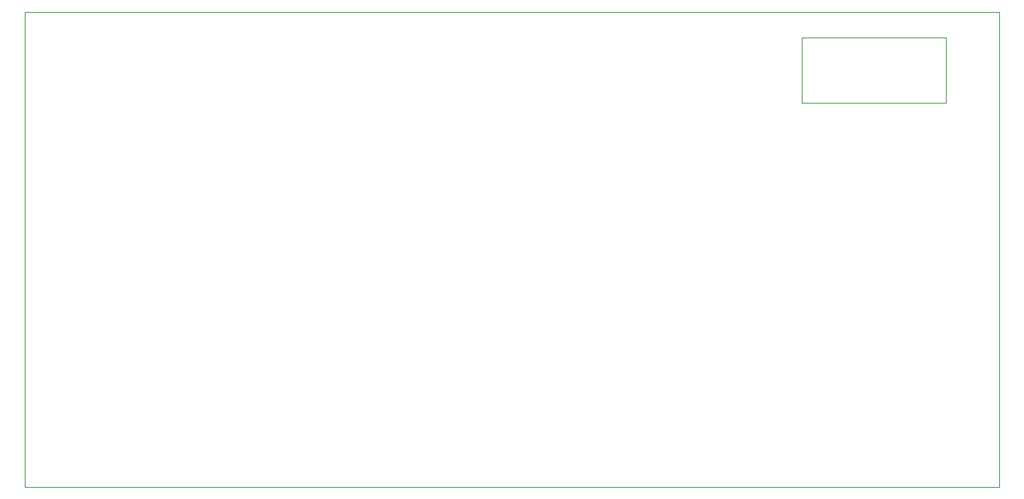
<source format=gbr>
%TF.GenerationSoftware,KiCad,Pcbnew,(6.0.6)*%
%TF.CreationDate,2022-07-25T23:31:34-07:00*%
%TF.ProjectId,HDMI-MUX,48444d49-2d4d-4555-982e-6b696361645f,rev?*%
%TF.SameCoordinates,Original*%
%TF.FileFunction,Profile,NP*%
%FSLAX46Y46*%
G04 Gerber Fmt 4.6, Leading zero omitted, Abs format (unit mm)*
G04 Created by KiCad (PCBNEW (6.0.6)) date 2022-07-25 23:31:34*
%MOMM*%
%LPD*%
G01*
G04 APERTURE LIST*
%TA.AperFunction,Profile*%
%ADD10C,0.100000*%
%TD*%
G04 APERTURE END LIST*
D10*
X119634000Y-20066000D02*
X103378000Y-20066000D01*
X103378000Y-20066000D02*
X103378000Y-27432000D01*
X103378000Y-27432000D02*
X119634000Y-27432000D01*
X119634000Y-27432000D02*
X119634000Y-20066000D01*
X125690000Y-70750000D02*
X15760000Y-70750000D01*
X15760000Y-70750000D02*
X15760000Y-17200000D01*
X15760000Y-17200000D02*
X125690000Y-17200000D01*
X125690000Y-17200000D02*
X125690000Y-70750000D01*
M02*

</source>
